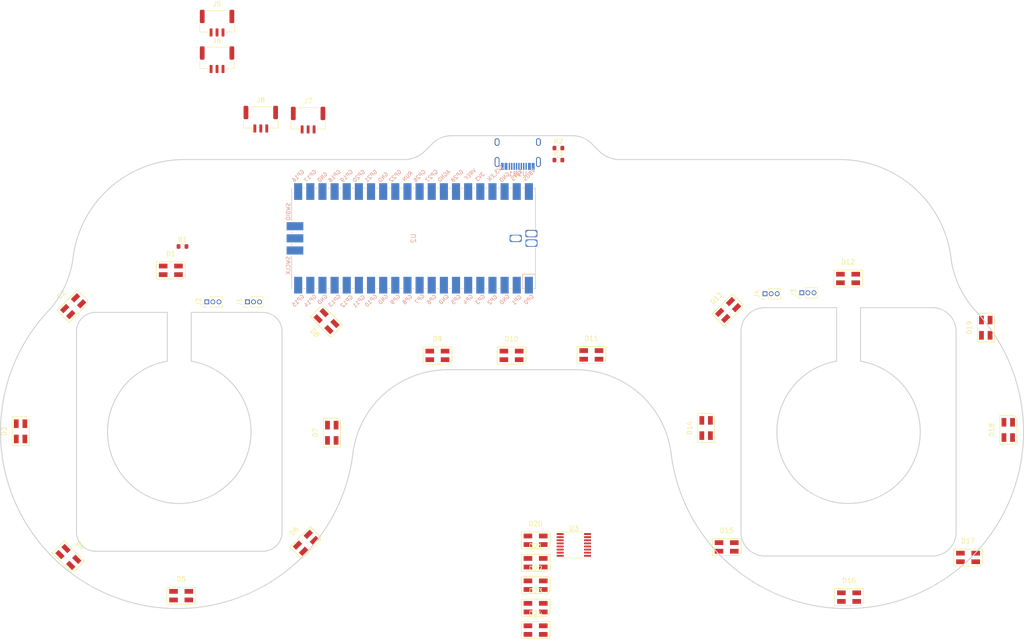
<source format=kicad_pcb>
(kicad_pcb (version 20221018) (generator pcbnew)
  (title_block (title "Groove Pico Main"))
  (layers (0 "F.Cu" signal) (31 "B.Cu" signal) (34 "B.Paste" user) (35 "F.Paste" user) (36 "B.SilkS" user "B.Silkscreen") (37 "F.SilkS" user "F.Silkscreen") (38 "B.Mask" user) (39 "F.Mask" user) (44 "Edge.Cuts" user))
  (net 0 "")
  (net 1 "GND")
  (net 2 "Net-(D1-Out)")
  (net 3 "+5V")
  (net 4 "Net-(D1-In)")
  (net 5 "Net-(D2-Out)")
  (net 6 "Net-(D3-Out)")
  (net 7 "/RGB")
  (net 8 "Net-(D4-Out)")
  (net 9 "Net-(D5-Out)")
  (net 10 "Net-(D6-Out)")
  (net 11 "Net-(D7-Out)")
  (net 12 "Net-(D8-Out)")
  (net 13 "Net-(D10-In)")
  (net 14 "Net-(D10-Out)")
  (net 15 "Net-(D11-Out)")
  (net 16 "Net-(D12-Out)")
  (net 17 "Net-(D13-Out)")
  (net 18 "Net-(D14-Out)")
  (net 19 "Net-(D15-Out)")
  (net 20 "Net-(D16-Out)")
  (net 21 "Net-(D17-Out)")
  (net 22 "Net-(D18-Out)")
  (net 23 "Net-(D19-Out)")
  (net 24 "Net-(USB1-CC1)")
  (net 25 "Net-(USB1-CC2)")
  (net 26 "Net-(USB1-VBUS-Pad11)")
  (net 28 "Net-(USB1-DN1)")
  (net 29 "Net-(USB1-DP1)")
  (net 56 "Net-(D20-Out)")
  (net 57 "Net-(D21-Out)")
  (net 61 "Net-(D22-Out)")
  (net 62 "Net-(D23-Out)")
  (net 66 "+3V3")
  (net 72 "+3.3VADC")
  (net 73 "/LX")
  (net 74 "/LY")
  (net 75 "/RX")
  (net 76 "/RY")
  (net 77 "Net-(U2-GPIO20)")
  (net 78 "Net-(U2-GPIO21)")
  (net 79 "Net-(U2-GPIO26_ADC0)")
  (net 80 "Net-(U2-GPIO27_ADC1)")
  (footprint "Connector_PinHeader_1.27mm:PinHeader_1x03_P1.27mm_Vertical" (layer "F.Cu") (at 188.25 84.5 90)
    (fp_text reference "J4" (at 0 -1.695 90) (layer "F.SilkS"))
    (fp_text value "Right_Y")
    (pad "1" thru_hole rect (at 0 0 90) (size 1 1) (drill 0.65) (layers "*.Cu" "*.Mask") (net 72 "+3.3VADC"))
    (pad "2" thru_hole oval (at 0 1.27 90) (size 1 1) (drill 0.65) (layers "*.Cu" "*.Mask") (net 76 "/RY"))
    (pad "3" thru_hole oval (at 0 2.54 90) (size 1 1) (drill 0.65) (layers "*.Cu" "*.Mask") (net 1 "GND"))
  )
  (footprint "Connector_JST:JST_GH_BM03B-GHS-TBT_1x03-1MP_P1.25mm_Vertical" (layer "F.Cu") (at 73.62 27.85)
    (fp_text reference "J5" (at 0 -4) (layer "F.SilkS"))
    (fp_text value "Left_X")
    (pad "1" smd roundrect (at -1.25 1.95) (size 0.6 1.7) (layers "F.Cu" "F.Paste" "F.Mask") (net 72 "+3.3VADC"))
    (pad "2" smd roundrect (at 0 1.95) (size 0.6 1.7) (layers "F.Cu" "F.Paste" "F.Mask") (net 73 "/LX"))
    (pad "3" smd roundrect (at 1.25 1.95) (size 0.6 1.7) (layers "F.Cu" "F.Paste" "F.Mask") (net 1 "GND"))
    (pad "MP" smd roundrect (at -3.1 -1.4) (size 1 2.8) (layers "F.Cu" "F.Paste" "F.Mask"))
    (pad "MP" smd roundrect (at 3.1 -1.4) (size 1 2.8) (layers "F.Cu" "F.Paste" "F.Mask"))
  )
  (footprint "Connector_PinHeader_1.27mm:PinHeader_1x03_P1.27mm_Vertical" (layer "F.Cu") (at 195.945 84.3 90)
    (fp_text reference "J3" (at 0 -1.695 90) (layer "F.SilkS"))
    (fp_text value "Right_X")
    (pad "1" thru_hole rect (at 0 0 90) (size 1 1) (drill 0.65) (layers "*.Cu" "*.Mask") (net 72 "+3.3VADC"))
    (pad "2" thru_hole oval (at 0 1.27 90) (size 1 1) (drill 0.65) (layers "*.Cu" "*.Mask") (net 75 "/RX"))
    (pad "3" thru_hole oval (at 0 2.54 90) (size 1 1) (drill 0.65) (layers "*.Cu" "*.Mask") (net 1 "GND"))
  )
  (footprint "groove_pico:WS2812B-2835" (layer "F.Cu") (at 180.52 87.9 45)
    (fp_text reference "D13" (at 0 -3.45 45) (layer "F.SilkS"))
    (fp_text value "WS2812B_Unified" hide)
    (pad "G" smd rect (at 1.6 0.9 45) (size 1.8 1) (layers "F.Cu" "F.Paste" "F.Mask") (net 1 "GND"))
    (pad "I" smd rect (at 1.6 -0.9 45) (size 1.8 1) (layers "F.Cu" "F.Paste" "F.Mask") (net 16 "Net-(D12-Out)"))
    (pad "O" smd rect (at -1.6 0.9 45) (size 1.8 1) (layers "F.Cu" "F.Paste" "F.Mask") (net 17 "Net-(D13-Out)"))
    (pad "V" smd rect (at -1.6 -0.9 45) (size 1.8 1) (layers "F.Cu" "F.Paste" "F.Mask") (net 3 "+5V"))
  )
  (footprint "groove_pico:WS2812B-2835" (layer "F.Cu") (at 42.52 139.6 -45)
    (fp_text reference "D4" (at 0 -3.45 135) (layer "F.SilkS"))
    (fp_text value "WS2812B_Unified" hide)
    (pad "G" smd rect (at 1.6 0.9 315) (size 1.8 1) (layers "F.Cu" "F.Paste" "F.Mask") (net 1 "GND"))
    (pad "I" smd rect (at 1.6 -0.9 315) (size 1.8 1) (layers "F.Cu" "F.Paste" "F.Mask") (net 6 "Net-(D3-Out)"))
    (pad "O" smd rect (at -1.6 0.9 315) (size 1.8 1) (layers "F.Cu" "F.Paste" "F.Mask") (net 8 "Net-(D4-Out)"))
    (pad "V" smd rect (at -1.6 -0.9 315) (size 1.8 1) (layers "F.Cu" "F.Paste" "F.Mask") (net 3 "+5V"))
  )
  (footprint "groove_pico:WS2812B-2835" (layer "F.Cu") (at 205.62 81.3)
    (fp_text reference "D12" (at 0 -3.45) (layer "F.SilkS"))
    (fp_text value "WS2812B_Unified" hide)
    (pad "G" smd rect (at 1.6 0.9) (size 1.8 1) (layers "F.Cu" "F.Paste" "F.Mask") (net 1 "GND"))
    (pad "I" smd rect (at 1.6 -0.9) (size 1.8 1) (layers "F.Cu" "F.Paste" "F.Mask") (net 15 "Net-(D11-Out)"))
    (pad "O" smd rect (at -1.6 0.9) (size 1.8 1) (layers "F.Cu" "F.Paste" "F.Mask") (net 16 "Net-(D12-Out)"))
    (pad "V" smd rect (at -1.6 -0.9) (size 1.8 1) (layers "F.Cu" "F.Paste" "F.Mask") (net 3 "+5V"))
  )
  (footprint "groove_pico:WS2812B-2835" (layer "F.Cu") (at 32.52 113.3 90)
    (fp_text reference "D3" (at 0 -3.45 90) (layer "F.SilkS"))
    (fp_text value "WS2812B_Unified" hide)
    (pad "G" smd rect (at 1.6 0.9 90) (size 1.8 1) (layers "F.Cu" "F.Paste" "F.Mask") (net 1 "GND"))
    (pad "I" smd rect (at 1.6 -0.9 90) (size 1.8 1) (layers "F.Cu" "F.Paste" "F.Mask") (net 5 "Net-(D2-Out)"))
    (pad "O" smd rect (at -1.6 0.9 90) (size 1.8 1) (layers "F.Cu" "F.Paste" "F.Mask") (net 6 "Net-(D3-Out)"))
    (pad "V" smd rect (at -1.6 -0.9 90) (size 1.8 1) (layers "F.Cu" "F.Paste" "F.Mask") (net 3 "+5V"))
  )
  (footprint "groove_pico:WS2812B-2835" (layer "F.Cu") (at 43.52 87.1 45)
    (fp_text reference "D2" (at 0 -3.45 45) (layer "F.SilkS"))
    (fp_text value "WS2812B_Unified" hide)
    (pad "G" smd rect (at 1.6 0.9 45) (size 1.8 1) (layers "F.Cu" "F.Paste" "F.Mask") (net 1 "GND"))
    (pad "I" smd rect (at 1.6 -0.9 45) (size 1.8 1) (layers "F.Cu" "F.Paste" "F.Mask") (net 2 "Net-(D1-Out)"))
    (pad "O" smd rect (at -1.6 0.9 45) (size 1.8 1) (layers "F.Cu" "F.Paste" "F.Mask") (net 5 "Net-(D2-Out)"))
    (pad "V" smd rect (at -1.6 -0.9 45) (size 1.8 1) (layers "F.Cu" "F.Paste" "F.Mask") (net 3 "+5V"))
  )
  (footprint "Connector_PinHeader_1.27mm:PinHeader_1x03_P1.27mm_Vertical" (layer "F.Cu") (at 71.48 86.2 90)
    (fp_text reference "J2" (at 0 -1.695 90) (layer "F.SilkS"))
    (fp_text value "Left_Y")
    (pad "1" thru_hole rect (at 0 0 90) (size 1 1) (drill 0.65) (layers "*.Cu" "*.Mask") (net 72 "+3.3VADC"))
    (pad "2" thru_hole oval (at 0 1.27 90) (size 1 1) (drill 0.65) (layers "*.Cu" "*.Mask") (net 74 "/LY"))
    (pad "3" thru_hole oval (at 0 2.54 90) (size 1 1) (drill 0.65) (layers "*.Cu" "*.Mask") (net 1 "GND"))
  )
  (footprint "Connector_JST:JST_GH_BM03B-GHS-TBT_1x03-1MP_P1.25mm_Vertical" (layer "F.Cu") (at 92.67 48.15)
    (fp_text reference "J7" (at 0 -4) (layer "F.SilkS"))
    (fp_text value "Right_X")
    (pad "1" smd roundrect (at -1.25 1.95) (size 0.6 1.7) (layers "F.Cu" "F.Paste" "F.Mask") (net 72 "+3.3VADC"))
    (pad "2" smd roundrect (at 0 1.95) (size 0.6 1.7) (layers "F.Cu" "F.Paste" "F.Mask") (net 75 "/RX"))
    (pad "3" smd roundrect (at 1.25 1.95) (size 0.6 1.7) (layers "F.Cu" "F.Paste" "F.Mask") (net 1 "GND"))
    (pad "MP" smd roundrect (at -3.1 -1.4) (size 1 2.8) (layers "F.Cu" "F.Paste" "F.Mask"))
    (pad "MP" smd roundrect (at 3.1 -1.4) (size 1 2.8) (layers "F.Cu" "F.Paste" "F.Mask"))
  )
  (footprint "groove_pico:WS2812B-2835" (layer "F.Cu") (at 140.2575 136.105)
    (fp_text reference "D20" (at 0 -3.45) (layer "F.SilkS"))
    (fp_text value "WS2812B_Unified" hide)
    (pad "G" smd rect (at 1.6 0.9) (size 1.8 1) (layers "F.Cu" "F.Paste" "F.Mask") (net 1 "GND"))
    (pad "I" smd rect (at 1.6 -0.9) (size 1.8 1) (layers "F.Cu" "F.Paste" "F.Mask") (net 23 "Net-(D19-Out)"))
    (pad "O" smd rect (at -1.6 0.9) (size 1.8 1) (layers "F.Cu" "F.Paste" "F.Mask") (net 56 "Net-(D20-Out)"))
    (pad "V" smd rect (at -1.6 -0.9) (size 1.8 1) (layers "F.Cu" "F.Paste" "F.Mask") (net 3 "+5V"))
  )
  (footprint "groove_pico:WS2812B-2835" (layer "F.Cu") (at 239.12 113 90)
    (fp_text reference "D18" (at 0 -3.45 90) (layer "F.SilkS"))
    (fp_text value "WS2812B_Unified" hide)
    (pad "G" smd rect (at 1.6 0.9 90) (size 1.8 1) (layers "F.Cu" "F.Paste" "F.Mask") (net 1 "GND"))
    (pad "I" smd rect (at 1.6 -0.9 90) (size 1.8 1) (layers "F.Cu" "F.Paste" "F.Mask") (net 21 "Net-(D17-Out)"))
    (pad "O" smd rect (at -1.6 0.9 90) (size 1.8 1) (layers "F.Cu" "F.Paste" "F.Mask") (net 22 "Net-(D18-Out)"))
    (pad "V" smd rect (at -1.6 -0.9 90) (size 1.8 1) (layers "F.Cu" "F.Paste" "F.Mask") (net 3 "+5V"))
  )
  (footprint "groove_pico:WS2812B-2835" (layer "F.Cu") (at 63.952233 79.594975)
    (fp_text reference "D1" (at 0 -3.45) (layer "F.SilkS"))
    (fp_text value "WS2812B_Unified" hide)
    (pad "G" smd rect (at 1.6 0.9) (size 1.8 1) (layers "F.Cu" "F.Paste" "F.Mask") (net 1 "GND"))
    (pad "I" smd rect (at 1.6 -0.9) (size 1.8 1) (layers "F.Cu" "F.Paste" "F.Mask") (net 4 "Net-(D1-In)"))
    (pad "O" smd rect (at -1.6 0.9) (size 1.8 1) (layers "F.Cu" "F.Paste" "F.Mask") (net 2 "Net-(D1-Out)"))
    (pad "V" smd rect (at -1.6 -0.9) (size 1.8 1) (layers "F.Cu" "F.Paste" "F.Mask") (net 3 "+5V"))
  )
  (footprint "Resistor_SMD:R_0603_1608Metric" (layer "F.Cu") (at 145.02 56.51)
    (fp_text reference "R3" (at 0 -1.43) (layer "F.SilkS"))
    (fp_text value "5K1" hide)
    (pad "1" smd roundrect (at -0.825 0) (size 0.8 0.95) (layers "F.Cu" "F.Paste" "F.Mask") (net 25 "Net-(USB1-CC2)"))
    (pad "2" smd roundrect (at 0.825 0) (size 0.8 0.95) (layers "F.Cu" "F.Paste" "F.Mask") (net 1 "GND"))
  )
  (footprint "groove_pico:WS2812B-2835" (layer "F.Cu") (at 135.22 97.4)
    (fp_text reference "D10" (at 0 -3.45) (layer "F.SilkS"))
    (fp_text value "WS2812B_Unified" hide)
    (pad "G" smd rect (at 1.6 0.9) (size 1.8 1) (layers "F.Cu" "F.Paste" "F.Mask") (net 1 "GND"))
    (pad "I" smd rect (at 1.6 -0.9) (size 1.8 1) (layers "F.Cu" "F.Paste" "F.Mask") (net 13 "Net-(D10-In)"))
    (pad "O" smd rect (at -1.6 0.9) (size 1.8 1) (layers "F.Cu" "F.Paste" "F.Mask") (net 14 "Net-(D10-Out)"))
    (pad "V" smd rect (at -1.6 -0.9) (size 1.8 1) (layers "F.Cu" "F.Paste" "F.Mask") (net 3 "+5V"))
  )
  (footprint "groove_pico:WS2812B-2835" (layer "F.Cu") (at 140.2575 154.905)
    (fp_text reference "D24" (at 0 -3.45) (layer "F.SilkS"))
    (fp_text value "WS2812B_Unified" hide)
    (pad "G" smd rect (at 1.6 0.9) (size 1.8 1) (layers "F.Cu" "F.Paste" "F.Mask") (net 1 "GND"))
    (pad "I" smd rect (at 1.6 -0.9) (size 1.8 1) (layers "F.Cu" "F.Paste" "F.Mask") (net 62 "Net-(D23-Out)"))
    (pad "O" smd rect (at -1.6 0.9) (size 1.8 1) (layers "F.Cu" "F.Paste" "F.Mask"))
    (pad "V" smd rect (at -1.6 -0.9) (size 1.8 1) (layers "F.Cu" "F.Paste" "F.Mask") (net 3 "+5V"))
  )
  (footprint "Package_SO:TSSOP-16_4.4x5mm_P0.65mm" (layer "F.Cu") (at 148.2575 137.075)
    (fp_text reference "U3" (at 0 -3.45) (layer "F.SilkS"))
    (fp_text value "CD4052B")
    (pad "1" smd roundrect (at -2.8625 -2.275) (size 1.475 0.4) (layers "F.Cu" "F.Paste" "F.Mask") (net 73 "/LX"))
    (pad "2" smd roundrect (at -2.8625 -1.625) (size 1.475 0.4) (layers "F.Cu" "F.Paste" "F.Mask") (net 75 "/RX"))
    (pad "3" smd roundrect (at -2.8625 -0.975) (size 1.475 0.4) (layers "F.Cu" "F.Paste" "F.Mask") (net 79 "Net-(U2-GPIO26_ADC0)"))
    (pad "4" smd roundrect (at -2.8625 -0.325) (size 1.475 0.4) (layers "F.Cu" "F.Paste" "F.Mask") (net 76 "/RY"))
    (pad "5" smd roundrect (at -2.8625 0.325) (size 1.475 0.4) (layers "F.Cu" "F.Paste" "F.Mask") (net 74 "/LY"))
    (pad "6" smd roundrect (at -2.8625 0.975) (size 1.475 0.4) (layers "F.Cu" "F.Paste" "F.Mask"))
    (pad "7" smd roundrect (at -2.8625 1.625) (size 1.475 0.4) (layers "F.Cu" "F.Paste" "F.Mask") (net 1 "GND"))
    (pad "8" smd roundrect (at -2.8625 2.275) (size 1.475 0.4) (layers "F.Cu" "F.Paste" "F.Mask") (net 1 "GND"))
    (pad "9" smd roundrect (at 2.8625 2.275) (size 1.475 0.4) (layers "F.Cu" "F.Paste" "F.Mask") (net 77 "Net-(U2-GPIO20)"))
    (pad "10" smd roundrect (at 2.8625 1.625) (size 1.475 0.4) (layers "F.Cu" "F.Paste" "F.Mask") (net 78 "Net-(U2-GPIO21)"))
    (pad "11" smd roundrect (at 2.8625 0.975) (size 1.475 0.4) (layers "F.Cu" "F.Paste" "F.Mask") (net 76 "/RY"))
    (pad "12" smd roundrect (at 2.8625 0.325) (size 1.475 0.4) (layers "F.Cu" "F.Paste" "F.Mask") (net 73 "/LX"))
    (pad "13" smd roundrect (at 2.8625 -0.325) (size 1.475 0.4) (layers "F.Cu" "F.Paste" "F.Mask") (net 80 "Net-(U2-GPIO27_ADC1)"))
    (pad "14" smd roundrect (at 2.8625 -0.975) (size 1.475 0.4) (layers "F.Cu" "F.Paste" "F.Mask") (net 74 "/LY"))
    (pad "15" smd roundrect (at 2.8625 -1.625) (size 1.475 0.4) (layers "F.Cu" "F.Paste" "F.Mask") (net 75 "/RX"))
    (pad "16" smd roundrect (at 2.8625 -2.275) (size 1.475 0.4) (layers "F.Cu" "F.Paste" "F.Mask") (net 66 "+3V3"))
  )
  (footprint "Connector_JST:JST_GH_BM03B-GHS-TBT_1x03-1MP_P1.25mm_Vertical" (layer "F.Cu") (at 82.77 47.95)
    (fp_text reference "J8" (at 0 -4) (layer "F.SilkS"))
    (fp_text value "Right_Y")
    (pad "1" smd roundrect (at -1.25 1.95) (size 0.6 1.7) (layers "F.Cu" "F.Paste" "F.Mask") (net 72 "+3.3VADC"))
    (pad "2" smd roundrect (at 0 1.95) (size 0.6 1.7) (layers "F.Cu" "F.Paste" "F.Mask") (net 76 "/RY"))
    (pad "3" smd roundrect (at 1.25 1.95) (size 0.6 1.7) (layers "F.Cu" "F.Paste" "F.Mask") (net 1 "GND"))
    (pad "MP" smd roundrect (at -3.1 -1.4) (size 1 2.8) (layers "F.Cu" "F.Paste" "F.Mask"))
    (pad "MP" smd roundrect (at 3.1 -1.4) (size 1 2.8) (layers "F.Cu" "F.Paste" "F.Mask"))
  )
  (footprint "groove_pico:WS2812B-2835" (layer "F.Cu") (at 175.92 112.6 90)
    (fp_text reference "D14" (at 0 -3.45 90) (layer "F.SilkS"))
    (fp_text value "WS2812B_Unified" hide)
    (pad "G" smd rect (at 1.6 0.9 90) (size 1.8 1) (layers "F.Cu" "F.Paste" "F.Mask") (net 1 "GND"))
    (pad "I" smd rect (at 1.6 -0.9 90) (size 1.8 1) (layers "F.Cu" "F.Paste" "F.Mask") (net 17 "Net-(D13-Out)"))
    (pad "O" smd rect (at -1.6 0.9 90) (size 1.8 1) (layers "F.Cu" "F.Paste" "F.Mask") (net 18 "Net-(D14-Out)"))
    (pad "V" smd rect (at -1.6 -0.9 90) (size 1.8 1) (layers "F.Cu" "F.Paste" "F.Mask") (net 3 "+5V"))
  )
  (footprint "groove_pico:WS2812B-2835" (layer "F.Cu") (at 140.2575 150.205)
    (fp_text reference "D23" (at 0 -3.45) (layer "F.SilkS"))
    (fp_text value "WS2812B_Unified" hide)
    (pad "G" smd rect (at 1.6 0.9) (size 1.8 1) (layers "F.Cu" "F.Paste" "F.Mask") (net 1 "GND"))
    (pad "I" smd rect (at 1.6 -0.9) (size 1.8 1) (layers "F.Cu" "F.Paste" "F.Mask") (net 61 "Net-(D22-Out)"))
    (pad "O" smd rect (at -1.6 0.9) (size 1.8 1) (layers "F.Cu" "F.Paste" "F.Mask") (net 62 "Net-(D23-Out)"))
    (pad "V" smd rect (at -1.6 -0.9) (size 1.8 1) (layers "F.Cu" "F.Paste" "F.Mask") (net 3 "+5V"))
  )
  (footprint "groove_pico:WS2812B-2835" (layer "F.Cu") (at 140.2575 140.805)
    (fp_text reference "D21" (at 0 -3.45) (layer "F.SilkS"))
    (fp_text value "WS2812B_Unified" hide)
    (pad "G" smd rect (at 1.6 0.9) (size 1.8 1) (layers "F.Cu" "F.Paste" "F.Mask") (net 1 "GND"))
    (pad "I" smd rect (at 1.6 -0.9) (size 1.8 1) (layers "F.Cu" "F.Paste" "F.Mask") (net 56 "Net-(D20-Out)"))
    (pad "O" smd rect (at -1.6 0.9) (size 1.8 1) (layers "F.Cu" "F.Paste" "F.Mask") (net 57 "Net-(D21-Out)"))
    (pad "V" smd rect (at -1.6 -0.9) (size 1.8 1) (layers "F.Cu" "F.Paste" "F.Mask") (net 3 "+5V"))
  )
  (footprint "groove_pico:WS2812B-2835" (layer "F.Cu") (at 205.82 148)
    (fp_text reference "D16" (at 0 -3.45) (layer "F.SilkS"))
    (fp_text value "WS2812B_Unified" hide)
    (pad "G" smd rect (at 1.6 0.9) (size 1.8 1) (layers "F.Cu" "F.Paste" "F.Mask") (net 1 "GND"))
    (pad "I" smd rect (at 1.6 -0.9) (size 1.8 1) (layers "F.Cu" "F.Paste" "F.Mask") (net 19 "Net-(D15-Out)"))
    (pad "O" smd rect (at -1.6 0.9) (size 1.8 1) (layers "F.Cu" "F.Paste" "F.Mask") (net 20 "Net-(D16-Out)"))
    (pad "V" smd rect (at -1.6 -0.9) (size 1.8 1) (layers "F.Cu" "F.Paste" "F.Mask") (net 3 "+5V"))
  )
  (footprint "groove_pico:WS2812B-2835" (layer "F.Cu") (at 97.62 113.6 90)
    (fp_text reference "D7" (at 0 -3.45 90) (layer "F.SilkS"))
    (fp_text value "WS2812B_Unified" hide)
    (pad "G" smd rect (at 1.6 0.9 90) (size 1.8 1) (layers "F.Cu" "F.Paste" "F.Mask") (net 1 "GND"))
    (pad "I" smd rect (at 1.6 -0.9 90) (size 1.8 1) (layers "F.Cu" "F.Paste" "F.Mask") (net 10 "Net-(D6-Out)"))
    (pad "O" smd rect (at -1.6 0.9 90) (size 1.8 1) (layers "F.Cu" "F.Paste" "F.Mask") (net 11 "Net-(D7-Out)"))
    (pad "V" smd rect (at -1.6 -0.9 90) (size 1.8 1) (layers "F.Cu" "F.Paste" "F.Mask") (net 3 "+5V"))
  )
  (footprint "groove_pico:WS2812B-2835" (layer "F.Cu") (at 180.22 137.5)
    (fp_text reference "D15" (at 0 -3.45) (layer "F.SilkS"))
    (fp_text value "WS2812B_Unified" hide)
    (pad "G" smd rect (at 1.6 0.9) (size 1.8 1) (layers "F.Cu" "F.Paste" "F.Mask") (net 1 "GND"))
    (pad "I" smd rect (at 1.6 -0.9) (size 1.8 1) (layers "F.Cu" "F.Paste" "F.Mask") (net 18 "Net-(D14-Out)"))
    (pad "O" smd rect (at -1.6 0.9) (size 1.8 1) (layers "F.Cu" "F.Paste" "F.Mask") (net 19 "Net-(D15-Out)"))
    (pad "V" smd rect (at -1.6 -0.9) (size 1.8 1) (layers "F.Cu" "F.Paste" "F.Mask") (net 3 "+5V"))
  )
  (footprint "groove_pico:WS2812B-2835" (layer "F.Cu") (at 66.12 147.7)
    (fp_text reference "D5" (at 0 -3.45) (layer "F.SilkS"))
    (fp_text value "WS2812B_Unified" hide)
    (pad "G" smd rect (at 1.6 0.9) (size 1.8 1) (layers "F.Cu" "F.Paste" "F.Mask") (net 1 "GND"))
    (pad "I" smd rect (at 1.6 -0.9) (size 1.8 1) (layers "F.Cu" "F.Paste" "F.Mask") (net 8 "Net-(D4-Out)"))
    (pad "O" smd rect (at -1.6 0.9) (size 1.8 1) (layers "F.Cu" "F.Paste" "F.Mask") (net 9 "Net-(D5-Out)"))
    (pad "V" smd rect (at -1.6 -0.9) (size 1.8 1) (layers "F.Cu" "F.Paste" "F.Mask") (net 3 "+5V"))
  )
  (footprint "groove_pico:WS2812B-2835" (layer "F.Cu") (at 96.52 90.223223 135)
    (fp_text reference "D8" (at 0 -3.45 135) (layer "F.SilkS"))
    (fp_text value "WS2812B_Unified" hide)
    (pad "G" smd rect (at 1.6 0.9 135) (size 1.8 1) (layers "F.Cu" "F.Paste" "F.Mask") (net 1 "GND"))
    (pad "I" smd rect (at 1.6 -0.9 135) (size 1.8 1) (layers "F.Cu" "F.Paste" "F.Mask") (net 11 "Net-(D7-Out)"))
    (pad "O" smd rect (at -1.6 0.9 135) (size 1.8 1) (layers "F.Cu" "F.Paste" "F.Mask") (net 12 "Net-(D8-Out)"))
    (pad "V" smd rect (at -1.6 -0.9 135) (size 1.8 1) (layers "F.Cu" "F.Paste" "F.Mask") (net 3 "+5V"))
  )
  (footprint "groove_pico:WS2812B-2835" (layer "F.Cu") (at 230.72 139.7)
    (fp_text reference "D17" (at 0 -3.45) (layer "F.SilkS"))
    (fp_text value "WS2812B_Unified" hide)
    (pad "G" smd rect (at 1.6 0.9) (size 1.8 1) (layers "F.Cu" "F.Paste" "F.Mask") (net 1 "GND"))
    (pad "I" smd rect (at 1.6 -0.9) (size 1.8 1) (layers "F.Cu" "F.Paste" "F.Mask") (net 20 "Net-(D16-Out)"))
    (pad "O" smd rect (at -1.6 0.9) (size 1.8 1) (layers "F.Cu" "F.Paste" "F.Mask") (net 21 "Net-(D17-Out)"))
    (pad "V" smd rect (at -1.6 -0.9) (size 1.8 1) (layers "F.Cu" "F.Paste" "F.Mask") (net 3 "+5V"))
  )
  (footprint "Connector_JST:JST_GH_BM03B-GHS-TBT_1x03-1MP_P1.25mm_Vertical" (layer "F.Cu") (at 73.62 35.5)
    (fp_text reference "J6" (at 0 -4) (layer "F.SilkS"))
    (fp_text value "Left_Y")
    (pad "1" smd roundrect (at -1.25 1.95) (size 0.6 1.7) (layers "F.Cu" "F.Paste" "F.Mask") (net 72 "+3.3VADC"))
    (pad "2" smd roundrect (at 0 1.95) (size 0.6 1.7) (layers "F.Cu" "F.Paste" "F.Mask") (net 74 "/LY"))
    (pad "3" smd roundrect (at 1.25 1.95) (size 0.6 1.7) (layers "F.Cu" "F.Paste" "F.Mask") (net 1 "GND"))
    (pad "MP" smd roundrect (at -3.1 -1.4) (size 1 2.8) (layers "F.Cu" "F.Paste" "F.Mask"))
    (pad "MP" smd roundrect (at 3.1 -1.4) (size 1 2.8) (layers "F.Cu" "F.Paste" "F.Mask"))
  )
  (footprint "Connector_PinHeader_1.27mm:PinHeader_1x03_P1.27mm_Vertical" (layer "F.Cu") (at 79.98 86.2 90)
    (fp_text reference "J1" (at 0 -1.695 90) (layer "F.SilkS"))
    (fp_text value "Left_X")
    (pad "1" thru_hole rect (at 0 0 90) (size 1 1) (drill 0.65) (layers "*.Cu" "*.Mask") (net 72 "+3.3VADC"))
    (pad "2" thru_hole oval (at 0 1.27 90) (size 1 1) (drill 0.65) (layers "*.Cu" "*.Mask") (net 73 "/LX"))
    (pad "3" thru_hole oval (at 0 2.54 90) (size 1 1) (drill 0.65) (layers "*.Cu" "*.Mask") (net 1 "GND"))
  )
  (footprint "groove_pico:WS2812B-2835" (layer "F.Cu") (at 140.2575 145.505)
    (fp_text reference "D22" (at 0 -3.45) (layer "F.SilkS"))
    (fp_text value "WS2812B_Unified" hide)
    (pad "G" smd rect (at 1.6 0.9) (size 1.8 1) (layers "F.Cu" "F.Paste" "F.Mask") (net 1 "GND"))
    (pad "I" smd rect (at 1.6 -0.9) (size 1.8 1) (layers "F.Cu" "F.Paste" "F.Mask") (net 57 "Net-(D21-Out)"))
    (pad "O" smd rect (at -1.6 0.9) (size 1.8 1) (layers "F.Cu" "F.Paste" "F.Mask") (net 61 "Net-(D22-Out)"))
    (pad "V" smd rect (at -1.6 -0.9) (size 1.8 1) (layers "F.Cu" "F.Paste" "F.Mask") (net 3 "+5V"))
  )
  (footprint "Resistor_SMD:R_0603_1608Metric" (layer "F.Cu") (at 66.395 74.6)
    (fp_text reference "R1" (at 0 -1.43) (layer "F.SilkS"))
    (fp_text value "10")
    (pad "1" smd roundrect (at -0.825 0) (size 0.8 0.95) (layers "F.Cu" "F.Paste" "F.Mask") (net 4 "Net-(D1-In)"))
    (pad "2" smd roundrect (at 0.825 0) (size 0.8 0.95) (layers "F.Cu" "F.Paste" "F.Mask") (net 7 "/RGB"))
  )
  (footprint "Resistor_SMD:R_0603_1608Metric" (layer "F.Cu") (at 145.02 54)
    (fp_text reference "R2" (at 0 -1.43) (layer "F.SilkS"))
    (fp_text value "5K1" hide)
    (pad "1" smd roundrect (at -0.825 0) (size 0.8 0.95) (layers "F.Cu" "F.Paste" "F.Mask") (net 24 "Net-(USB1-CC1)"))
    (pad "2" smd roundrect (at 0.825 0) (size 0.8 0.95) (layers "F.Cu" "F.Paste" "F.Mask") (net 1 "GND"))
  )
  (footprint "groove_pico:WS2812B-2835" (layer "F.Cu") (at 234.42 91.6 90)
    (fp_text reference "D19" (at 0 -3.45 90) (layer "F.SilkS"))
    (fp_text value "WS2812B_Unified" hide)
    (pad "G" smd rect (at 1.6 0.9 90) (size 1.8 1) (layers "F.Cu" "F.Paste" "F.Mask") (net 1 "GND"))
    (pad "I" smd rect (at 1.6 -0.9 90) (size 1.8 1) (layers "F.Cu" "F.Paste" "F.Mask") (net 22 "Net-(D18-Out)"))
    (pad "O" smd rect (at -1.6 0.9 90) (size 1.8 1) (layers "F.Cu" "F.Paste" "F.Mask") (net 23 "Net-(D19-Out)"))
    (pad "V" smd rect (at -1.6 -0.9 90) (size 1.8 1) (layers "F.Cu" "F.Paste" "F.Mask") (net 3 "+5V"))
  )
  (footprint "groove_pico:WS2812B-2835" (layer "F.Cu") (at 119.72 97.4)
    (fp_text reference "D9" (at 0 -3.45) (layer "F.SilkS"))
    (fp_text value "WS2812B_Unified" hide)
    (pad "G" smd rect (at 1.6 0.9) (size 1.8 1) (layers "F.Cu" "F.Paste" "F.Mask") (net 1 "GND"))
    (pad "I" smd rect (at 1.6 -0.9) (size 1.8 1) (layers "F.Cu" "F.Paste" "F.Mask") (net 12 "Net-(D8-Out)"))
    (pad "O" smd rect (at -1.6 0.9) (size 1.8 1) (layers "F.Cu" "F.Paste" "F.Mask") (net 13 "Net-(D10-In)"))
    (pad "V" smd rect (at -1.6 -0.9) (size 1.8 1) (layers "F.Cu" "F.Paste" "F.Mask") (net 3 "+5V"))
  )
  (footprint "groove_pico:WS2812B-2835" (layer "F.Cu") (at 92.214975 136.632233 45)
    (fp_text reference "D6" (at 0 -3.45 45) (layer "F.SilkS"))
    (fp_text value "WS2812B_Unified" hide)
    (pad "G" smd rect (at 1.6 0.9 45) (size 1.8 1) (layers "F.Cu" "F.Paste" "F.Mask") (net 1 "GND"))
    (pad "I" smd rect (at 1.6 -0.9 45) (size 1.8 1) (layers "F.Cu" "F.Paste" "F.Mask") (net 9 "Net-(D5-Out)"))
    (pad "O" smd rect (at -1.6 0.9 45) (size 1.8 1) (layers "F.Cu" "F.Paste" "F.Mask") (net 10 "Net-(D6-Out)"))
    (pad "V" smd rect (at -1.6 -0.9 45) (size 1.8 1) (layers "F.Cu" "F.Paste" "F.Mask") (net 3 "+5V"))
  )
  (footprint "groove_pico:WS2812B-2835" (layer "F.Cu") (at 151.92 97.3)
    (fp_text reference "D11" (at 0 -3.45) (layer "F.SilkS"))
    (fp_text value "WS2812B_Unified" hide)
    (pad "G" smd rect (at 1.6 0.9) (size 1.8 1) (layers "F.Cu" "F.Paste" "F.Mask") (net 1 "GND"))
    (pad "I" smd rect (at 1.6 -0.9) (size 1.8 1) (layers "F.Cu" "F.Paste" "F.Mask") (net 14 "Net-(D10-Out)"))
    (pad "O" smd rect (at -1.6 0.9) (size 1.8 1) (layers "F.Cu" "F.Paste" "F.Mask") (net 15 "Net-(D11-Out)"))
    (pad "V" smd rect (at -1.6 -0.9) (size 1.8 1) (layers "F.Cu" "F.Paste" "F.Mask") (net 3 "+5V"))
  )
  (footprint "groove_pico:RPi_Pico_SMD_Pins" (layer "B.Cu") (at 114.72 72.9 90)
    (fp_text reference "U2" (at 0 0 270) (layer "B.SilkS") (effects (justify mirror)))
    (fp_text value "Pico")
    (fp_text user "GP0" (at -12.8 24.13 45) (layer "B.SilkS") (effects (font (size 0.8 0.8)) (justify mirror)))
    (fp_text user "GP4" (at -12.8 11.43 45) (layer "B.SilkS") (effects (font (size 0.8 0.8)) (justify mirror)))
    (fp_text user "GP19" (at 13.054 -13.97 45) (layer "B.SilkS") (effects (font (size 0.8 0.8)) (justify mirror)))
    (fp_text user "VSYS" (at 13.2 21.59 45) (layer "B.SilkS") (effects (font (size 0.8 0.8)) (justify mirror)))
    (fp_text user "VREF" (at 13.37492 11.889279 45) (layer "B.SilkS") (effects (font (size 0.8 0.8)) (justify mirror)))
    (fp_text user "SWCLK" (at -5.7 -26.2 270) (layer "B.SilkS") (effects (font (size 0.8 0.8)) (justify mirror)))
    (fp_text user "GND" (at -12.8 6.35 45) (layer "B.SilkS") (effects (font (size 0.8 0.8)) (justify mirror)))
    (fp_text user "GP18" (at 13.054 -16.51 45) (layer "B.SilkS") (effects (font (size 0.8 0.8)) (justify mirror)))
    (fp_text user "GP15" (at -13.054 -24.13 45) (layer "B.SilkS") (effects (font (size 0.8 0.8)) (justify mirror)))
    (fp_text user "GND" (at -12.8 19.05 45) (layer "B.SilkS") (effects (font (size 0.8 0.8)) (justify mirror)))
    (fp_text user "GP22" (at 13.054 -3.81 45) (layer "B.SilkS") (effects (font (size 0.8 0.8)) (justify mirror)))
    (fp_text user "AGND" (at 13.054 6.35 45) (layer "B.SilkS") (effects (font (size 0.8 0.8)) (justify mirror)))
    (fp_text user "GND" (at 12.8 -19.05 45) (layer "B.SilkS") (effects (font (size 0.8 0.8)) (justify mirror)))
    (fp_text user "GND" (at 12.8 -6.35 45) (layer "B.SilkS") (effects (font (size 0.8 0.8)) (justify mirror)))
    (fp_text user "GP20" (at 13.054 -11.43 45) (layer "B.SilkS") (effects (font (size 0.8 0.8)) (justify mirror)))
    (fp_text user "GP6" (at -12.8 3.81 45) (layer "B.SilkS") (effects (font (size 0.8 0.8)) (justify mirror)))
    (fp_text user "GP8" (at -12.8 -1.27 45) (layer "B.SilkS") (effects (font (size 0.8 0.8)) (justify mirror)))
    (fp_text user "GP1" (at -12.9 21.6 45) (layer "B.SilkS") (effects (font (size 0.8 0.8)) (justify mirror)))
    (fp_text user "RUN" (at 13 -1.27 45) (layer "B.SilkS") (effects (font (size 0.8 0.8)) (justify mirror)))
    (fp_text user "3V3_EN" (at 13.7 17.2 45) (layer "B.SilkS") (effects (font (size 0.8 0.8)) (justify mirror)))
    (fp_text user "GP16" (at 13.054 -24.13 45) (layer "B.SilkS") (effects (font (size 0.8 0.8)) (justify mirror)))
    (fp_text user "GP26" (at 13.054 1.27 45) (layer "B.SilkS") (effects (font (size 0.8 0.8)) (justify mirror)))
    (fp_text user "GP21" (at 13.054 -8.9 45) (layer "B.SilkS") (effects (font (size 0.8 0.8)) (justify mirror)))
    (fp_text user "GP27" (at 13.054 3.8 45) (layer "B.SilkS") (effects (font (size 0.8 0.8)) (justify mirror)))
    (fp_text user "GP12" (at -13.2 -13.97 45) (layer "B.SilkS") (effects (font (size 0.8 0.8)) (justify mirror)))
    (fp_text user "3V3" (at 12.9 13.9 45) (layer "B.SilkS") (effects (font (size 0.8 0.8)) (justify mirror)))
    (fp_text user "GP28" (at 13.054 9.144 45) (layer "B.SilkS") (effects (font (size 0.8 0.8)) (justify mirror)))
    (fp_text user "VBUS" (at 13.3 24.2 45) (layer "B.SilkS") (effects (font (size 0.8 0.8)) (justify mirror)))
    (fp_text user "GP9" (at -12.8 -3.81 45) (layer "B.SilkS") (effects (font (size 0.8 0.8)) (justify mirror)))
    (fp_text user "SWDIO" (at 5.6 -26.2 270) (layer "B.SilkS") (effects (font (size 0.8 0.8)) (justify mirror)))
    (fp_text user "GP13" (at -13.054 -16.51 45) (layer "B.SilkS") (effects (font (size 0.8 0.8)) (justify mirror)))
    (fp_text user "GP10" (at -13.054 -8.89 45) (layer "B.SilkS") (effects (font (size 0.8 0.8)) (justify mirror)))
    (fp_text user "GP11" (at -13.2 -11.43 45) (layer "B.SilkS") (effects (font (size 0.8 0.8)) (justify mirror)))
    (fp_text user "GP17" (at 13.054 -21.59 45) (layer "B.SilkS") (effects (font (size 0.8 0.8)) (justify mirror)))
    (fp_text user "GP7" (at -12.7 1.3 45) (layer "B.SilkS") (effects (font (size 0.8 0.8)) (justify mirror)))
    (fp_text user "GND" (at 12.8 19.05 45) (layer "B.SilkS") (effects (font (size 0.8 0.8)) (justify mirror)))
    (fp_text user "GND" (at -12.8 -19.05 45) (layer "B.SilkS") (effects (font (size 0.8 0.8)) (justify mirror)))
    (fp_text user "GP5" (at -12.8 8.89 45) (layer "B.SilkS") (effects (font (size 0.8 0.8)) (justify mirror)))
    (fp_text user "GP2" (at -12.9 16.51 45) (layer "B.SilkS") (effects (font (size 0.8 0.8)) (justify mirror)))
    (fp_text user "GP14" (at -13.1 -21.59 45) (layer "B.SilkS") (effects (font (size 0.8 0.8)) (justify mirror)))
    (fp_text user "GP3" (at -12.8 13.97 45) (layer "B.SilkS") (effects (font (size 0.8 0.8)) (justify mirror)))
    (fp_text user "GND" (at -12.8 -6.35 45) (layer "B.SilkS") (effects (font (size 0.8 0.8)) (justify mirror)))
    (pad "1" smd rect (at -9.8 24.13 90) (size 3.5 1.7) (layers "B.Cu" "B.Mask"))
    (pad "2" smd rect (at -9.8 21.59 90) (size 3.5 1.7) (layers "B.Cu" "B.Mask"))
    (pad "3" smd rect (at -9.8 19.05 90) (size 3.5 1.7) (layers "B.Cu" "B.Mask"))
    (pad "4" smd rect (at -9.8 16.51 90) (size 3.5 1.7) (layers "B.Cu" "B.Mask"))
    (pad "5" smd rect (at -9.8 13.97 90) (size 3.5 1.7) (layers "B.Cu" "B.Mask"))
    (pad "6" smd rect (at -9.8 11.43 90) (size 3.5 1.7) (layers "B.Cu" "B.Mask"))
    (pad "7" smd rect (at -9.8 8.89 90) (size 3.5 1.7) (layers "B.Cu" "B.Mask"))
    (pad "8" smd rect (at -9.8 6.35 90) (size 3.5 1.7) (layers "B.Cu" "B.Mask"))
    (pad "9" smd rect (at -9.8 3.81 90) (size 3.5 1.7) (layers "B.Cu" "B.Mask"))
    (pad "10" smd rect (at -9.8 1.27 90) (size 3.5 1.7) (layers "B.Cu" "B.Mask"))
    (pad "11" smd rect (at -9.8 -1.27 90) (size 3.5 1.7) (layers "B.Cu" "B.Mask"))
    (pad "12" smd rect (at -9.8 -3.81 90) (size 3.5 1.7) (layers "B.Cu" "B.Mask"))
    (pad "13" smd rect (at -9.8 -6.35 90) (size 3.5 1.7) (layers "B.Cu" "B.Mask"))
    (pad "14" smd rect (at -9.8 -8.89 90) (size 3.5 1.7) (layers "B.Cu" "B.Mask"))
    (pad "15" smd rect (at -9.8 -11.43 90) (size 3.5 1.7) (layers "B.Cu" "B.Mask"))
    (pad "16" smd rect (at -9.8 -13.97 90) (size 3.5 1.7) (layers "B.Cu" "B.Mask") (net 7 "/RGB"))
    (pad "17" smd rect (at -9.8 -16.51 90) (size 3.5 1.7) (layers "B.Cu" "B.Mask"))
    (pad "18" smd rect (at -9.8 -19.05 90) (size 3.5 1.7) (layers "B.Cu" "B.Mask"))
    (pad "19" smd rect (at -9.8 -21.59 90) (size 3.5 1.7) (layers "B.Cu" "B.Mask"))
    (pad "20" smd rect (at -9.8 -24.13 90) (size 3.5 1.7) (layers "B.Cu" "B.Mask"))
    (pad "21" smd rect (at 9.8 -24.13 90) (size 3.5 1.7) (layers "B.Cu" "B.Mask"))
    (pad "22" smd rect (at 9.8 -21.59 90) (size 3.5 1.7) (layers "B.Cu" "B.Mask"))
    (pad "23" smd rect (at 9.8 -19.05 90) (size 3.5 1.7) (layers "B.Cu" "B.Mask"))
    (pad "24" smd rect (at 9.8 -16.51 90) (size 3.5 1.7) (layers "B.Cu" "B.Mask"))
    (pad "25" smd rect (at 9.8 -13.97 90) (size 3.5 1.7) (layers "B.Cu" "B.Mask"))
    (pad "26" smd rect (at 9.8 -11.43 90) (size 3.5 1.7) (layers "B.Cu" "B.Mask") (net 77 "Net-(U2-GPIO20)"))
    (pad "27" smd rect (at 9.8 -8.89 90) (size 3.5 1.7) (layers "B.Cu" "B.Mask") (net 78 "Net-(U2-GPIO21)"))
    (pad "28" smd rect (at 9.8 -6.35 90) (size 3.5 1.7) (layers "B.Cu" "B.Mask"))
    (pad "29" smd rect (at 9.8 -3.81 90) (size 3.5 1.7) (layers "B.Cu" "B.Mask"))
    (pad "30" smd rect (at 9.8 -1.27 90) (size 3.5 1.7) (layers "B.Cu" "B.Mask"))
    (pad "31" smd rect (at 9.8 1.27 90) (size 3.5 1.7) (layers "B.Cu" "B.Mask") (net 79 "Net-(U2-GPIO26_ADC0)"))
    (pad "32" smd rect (at 9.8 3.81 90) (size 3.5 1.7) (layers "B.Cu" "B.Mask") (net 80 "Net-(U2-GPIO27_ADC1)"))
    (pad "33" smd rect (at 9.8 6.35 90) (size 3.5 1.7) (layers "B.Cu" "B.Mask"))
    (pad "34" smd rect (at 9.8 8.89 90) (size 3.5 1.7) (layers "B.Cu" "B.Mask"))
    (pad "35" smd rect (at 9.8 11.43 90) (size 3.5 1.7) (layers "B.Cu" "B.Mask") (net 72 "+3.3VADC"))
    (pad "36" smd rect (at 9.8 13.97 90) (size 3.5 1.7) (layers "B.Cu" "B.Mask") (net 66 "+3V3"))
    (pad "37" smd rect (at 9.8 16.51 90) (size 3.5 1.7) (layers "B.Cu" "B.Mask"))
    (pad "38" smd rect (at 9.8 19.05 90) (size 3.5 1.7) (layers "B.Cu" "B.Mask") (net 1 "GND"))
    (pad "39" smd rect (at 9.8 21.59 90) (size 3.5 1.7) (layers "B.Cu" "B.Mask") (net 3 "+5V"))
    (pad "40" smd rect (at 9.8 24.13 90) (size 3.5 1.7) (layers "B.Cu" "B.Mask"))
    (pad "41" smd rect (at -2.54 -24.8) (size 3.5 1.7) (layers "B.Cu" "B.Mask"))
    (pad "42" smd rect (at 0 -24.8) (size 3.5 1.7) (layers "B.Cu" "B.Mask"))
    (pad "43" smd rect (at 2.54 -24.8) (size 3.5 1.7) (layers "B.Cu" "B.Mask"))
    (pad "TP1" thru_hole roundrect (at 0 21.37 90) (size 1.5 2.5) (drill oval 1.2 2.2) (layers "*.Cu" "*.Mask") (roundrect_rratio 0.2) (net 1 "GND"))
    (pad "TP2" thru_hole roundrect (at 1 24.65 90) (size 1.5 2.5) (drill oval 1.2 2.2) (layers "*.Cu" "*.Mask") (roundrect_rratio 0.2) (net 28 "Net-(USB1-DN1)"))
    (pad "TP3" thru_hole roundrect (at -1 24.67 90) (size 1.5 2.5) (drill oval 1.2 2.2) (layers "*.Cu" "*.Mask") (roundrect_rratio 0.2) (net 29 "Net-(USB1-DP1)"))
  )
  (footprint "Type-C:HRO-TYPE-C-31-M-12-Assembly" (layer "B.Cu") (at 136.52 50.1375)
    (fp_text reference "USB1" (at 0 9.25) (layer "B.SilkS") (effects (justify mirror)))
    (fp_text value "U262-161N-4BVC11")
    (pad "" np_thru_hole circle (at -2.89 6.25) (size 0.65 0.65) (drill 0.65) (layers "*.Cu" "*.Mask"))
    (pad "" np_thru_hole circle (at 2.89 6.25) (size 0.65 0.65) (drill 0.65) (layers "*.Cu" "*.Mask"))
    (pad "1" smd rect (at -3.225 7.695) (size 0.6 1.45) (layers "B.Cu" "B.Paste" "B.Mask") (net 1 "GND"))
    (pad "2" smd rect (at -2.45 7.695) (size 0.6 1.45) (layers "B.Cu" "B.Paste" "B.Mask") (net 26 "Net-(USB1-VBUS-Pad11)"))
    (pad "3" smd rect (at -1.75 7.695) (size 0.3 1.45) (layers "B.Cu" "B.Paste" "B.Mask"))
    (pad "4" smd rect (at -1.25 7.695) (size 0.3 1.45) (layers "B.Cu" "B.Paste" "B.Mask") (net 24 "Net-(USB1-CC1)"))
    (pad "5" smd rect (at -0.75 7.695) (size 0.3 1.45) (layers "B.Cu" "B.Paste" "B.Mask") (net 28 "Net-(USB1-DN1)"))
    (pad "6" smd rect (at -0.25 7.695) (size 0.3 1.45) (layers "B.Cu" "B.Paste" "B.Mask") (net 29 "Net-(USB1-DP1)"))
    (pad "7" smd rect (at 0.25 7.695) (size 0.3 1.45) (layers "B.Cu" "B.Paste" "B.Mask") (net 28 "Net-(USB1-DN1)"))
    (pad "8" smd rect (at 0.75 7.695) (size 0.3 1.45) (layers "B.Cu" "B.Paste" "B.Mask") (net 29 "Net-(USB1-DP1)"))
    (pad "9" smd rect (at 1.25 7.695) (size 0.3 1.45) (layers "B.Cu" "B.Paste" "B.Mask"))
    (pad "10" smd rect (at 1.75 7.695) (size 0.3 1.45) (layers "B.Cu" "B.Paste" "B.Mask") (net 25 "Net-(USB1-CC2)"))
    (pad "11" smd rect (at 2.45 7.695) (size 0.6 1.45) (layers "B.Cu" "B.Paste" "B.Mask") (net 26 "Net-(USB1-VBUS-Pad11)"))
    (pad "12" smd rect (at 3.225 7.695) (size 0.6 1.45) (layers "B.Cu" "B.Paste" "B.Mask") (net 1 "GND"))
    (pad "13" thru_hole oval (at -4.32 2.6) (size 1 1.6) (drill oval 0.6 1.2) (layers "*.Cu" "*.Mask"))
    (pad "13" thru_hole oval (at -4.32 6.78) (size 1 2.1) (drill oval 0.6 1.7) (layers "*.Cu" "*.Mask"))
    (pad "13" thru_hole oval (at 4.32 2.6) (size 1 1.6) (drill oval 0.6 1.2) (layers "*.Cu" "*.Mask"))
    (pad "13" thru_hole oval (at 4.32 6.78) (size 1 2.1) (drill oval 0.6 1.7) (layers "*.Cu" "*.Mask"))
  )
  (gr_arc locked (start 188.22 139.4) (mid 184.684466 137.935534) (end 183.22 134.4) (stroke (width 0.2)) (layer "Edge.Cuts"))
  (gr_arc locked (start 183.22 92.4) (mid 184.684466 88.864466) (end 188.22 87.4) (stroke (width 0.2)) (layer "Edge.Cuts"))
  (gr_line locked (start 183.22 92.4) (end 183.22 134.4) (stroke (width 0.2)) (layer "Edge.Cuts"))
  (gr_arc locked (start 157.805281 56.4) (mid 155.509185 55.943271) (end 153.562641 54.642641) (stroke (width 0.2)) (layer "Edge.Cuts"))
  (gr_line locked (start 208.22 87.4) (end 223.22 87.4) (stroke (width 0.2)) (layer "Edge.Cuts"))
  (gr_line locked (start 44.22 92.4) (end 44.22 134.4) (stroke (width 0.2)) (layer "Edge.Cuts"))
  (gr_line locked (start 66.77898 56.4) (end 112.834719 56.4) (stroke (width 0.2)) (layer "Edge.Cuts"))
  (gr_arc locked (start 43.498581 76.969899) (mid 41.769552 82.9751) (end 38.271592 88.153542) (stroke (width 0.2)) (layer "Edge.Cuts"))
  (gr_line locked (start 87.22 92.4) (end 87.22 134.4) (stroke (width 0.2)) (layer "Edge.Cuts"))
  (gr_line locked (start 157.805281 56.4) (end 203.86102 56.4) (stroke (width 0.2)) (layer "Edge.Cuts"))
  (gr_line locked (start 188.22 139.4) (end 223.22 139.4) (stroke (width 0.2)) (layer "Edge.Cuts"))
  (gr_line locked (start 117.077359 54.642641) (end 118.562641 53.157359) (stroke (width 0.2)) (layer "Edge.Cuts"))
  (gr_arc locked (start 102.039931 117.94386) (mid 49.659529 146.922375) (end 38.271592 88.153542) (stroke (width 0.2)) (layer "Edge.Cuts"))
  (gr_arc locked (start 223.22 87.4) (mid 226.755534 88.864466) (end 228.22 92.4) (stroke (width 0.2)) (layer "Edge.Cuts"))
  (gr_arc locked (start 83.22 88.4) (mid 86.048427 89.571573) (end 87.22 92.4) (stroke (width 0.2)) (layer "Edge.Cuts"))
  (gr_line locked (start 122.805281 51.4) (end 147.834719 51.4) (stroke (width 0.2)) (layer "Edge.Cuts"))
  (gr_arc locked (start 87.22 134.4) (mid 86.048427 137.228427) (end 83.22 138.4) (stroke (width 0.2)) (layer "Edge.Cuts"))
  (gr_arc locked (start 228.22 134.4) (mid 226.755534 137.935534) (end 223.22 139.4) (stroke (width 0.2)) (layer "Edge.Cuts"))
  (gr_arc locked (start 117.077359 54.642641) (mid 115.130819 55.943277) (end 112.834719 56.4) (stroke (width 0.2)) (layer "Edge.Cuts"))
  (gr_line locked (start 148.751458 100.4) (end 121.888542 100.4) (stroke (width 0.2)) (layer "Edge.Cuts"))
  (gr_line locked (start 203.22 87.4) (end 203.22 98.609801) (stroke (width 0.2)) (layer "Edge.Cuts"))
  (gr_arc locked (start 147.834719 51.4) (mid 150.130819 51.856722) (end 152.077359 53.157359) (stroke (width 0.2)) (layer "Edge.Cuts"))
  (gr_arc locked (start 48.22 138.4) (mid 45.391573 137.228427) (end 44.22 134.4) (stroke (width 0.2)) (layer "Edge.Cuts"))
  (gr_arc locked (start 203.86102 56.4) (mid 219.394031 62.279181) (end 227.141419 76.969899) (stroke (width 0.2)) (layer "Edge.Cuts"))
  (gr_arc locked (start 232.368408 88.153542) (mid 228.870452 82.975099) (end 227.141419 76.969899) (stroke (width 0.2)) (layer "Edge.Cuts"))
  (gr_arc locked (start 68.22 98.609801) (mid 65.72 128.4) (end 63.22 98.609801) (stroke (width 0.2)) (layer "Edge.Cuts"))
  (gr_line locked (start 48.22 138.4) (end 83.22 138.4) (stroke (width 0.2)) (layer "Edge.Cuts"))
  (gr_arc locked (start 118.562641 53.157359) (mid 120.509181 51.856723) (end 122.805281 51.4) (stroke (width 0.2)) (layer "Edge.Cuts"))
  (gr_line locked (start 68.22 88.4) (end 68.22 98.609801) (stroke (width 0.2)) (layer "Edge.Cuts"))
  (gr_line locked (start 152.077359 53.157359) (end 153.562641 54.642641) (stroke (width 0.2)) (layer "Edge.Cuts"))
  (gr_arc locked (start 148.751458 100.4) (mid 161.996783 105.414626) (end 168.600069 117.94386) (stroke (width 0.2)) (layer "Edge.Cuts"))
  (gr_line locked (start 68.22 88.4) (end 83.22 88.4) (stroke (width 0.2)) (layer "Edge.Cuts"))
  (gr_line locked (start 228.22 92.4) (end 228.22 134.4) (stroke (width 0.2)) (layer "Edge.Cuts"))
  (gr_line locked (start 48.22 88.4) (end 63.22 88.4) (stroke (width 0.2)) (layer "Edge.Cuts"))
  (gr_line locked (start 208.22 87.4) (end 208.22 98.609801) (stroke (width 0.2)) (layer "Edge.Cuts"))
  (gr_arc locked (start 102.039931 117.94386) (mid 108.643219 105.414627) (end 121.888542 100.4) (stroke (width 0.2)) (layer "Edge.Cuts"))
  (gr_arc locked (start 232.368408 88.153542) (mid 220.980471 146.922376) (end 168.600069 117.94386) (stroke (width 0.2)) (layer "Edge.Cuts"))
  (gr_arc locked (start 208.22 98.609801) (mid 205.72 128.4) (end 203.22 98.609801) (stroke (width 0.2)) (layer "Edge.Cuts"))
  (gr_arc locked (start 44.22 92.4) (mid 45.391573 89.571573) (end 48.22 88.4) (stroke (width 0.2)) (layer "Edge.Cuts"))
  (gr_line locked (start 63.22 88.4) (end 63.22 98.609801) (stroke (width 0.2)) (layer "Edge.Cuts"))
  (gr_line locked (start 188.22 87.4) (end 203.22 87.4) (stroke (width 0.2)) (layer "Edge.Cuts"))
  (gr_arc locked (start 43.498581 76.969899) (mid 51.245969 62.279182) (end 66.77898 56.4) (stroke (width 0.2)) (layer "Edge.Cuts"))
)
</source>
